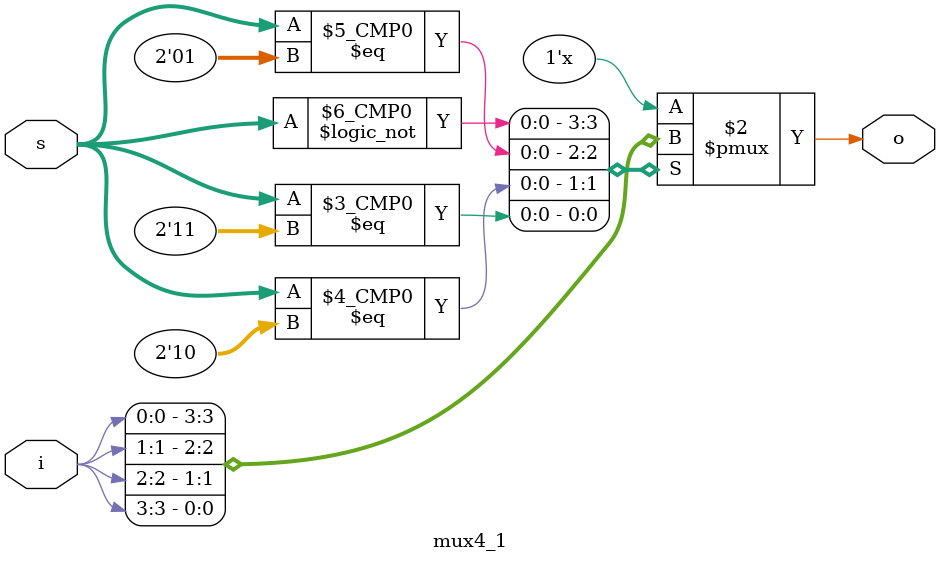
<source format=v>

module mux2_1 (s,i,o);
 input s;
 input [1:0]i;
 output o;
 assign o = s ? i[1] : i[0];
endmodule

module mux4_1 (s,i,o);
 input [1:0]s;
 input [3:0]i;
 output  reg o;

 always@(s,i)
   begin
    case (s)
     2'b00 : o = i[0];
     2'b01 : o = i[1];
     2'b10 : o = i[2];
     2'b11 : o = i[3];
     default : o = 0;
    endcase
   end
endmodule

</source>
